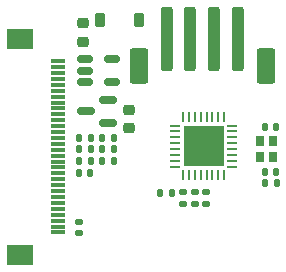
<source format=gbr>
%TF.GenerationSoftware,KiCad,Pcbnew,7.0.4-0*%
%TF.CreationDate,2024-03-15T14:37:27+08:00*%
%TF.ProjectId,hw,68772e6b-6963-4616-945f-706362585858,rev?*%
%TF.SameCoordinates,Original*%
%TF.FileFunction,Soldermask,Bot*%
%TF.FilePolarity,Negative*%
%FSLAX46Y46*%
G04 Gerber Fmt 4.6, Leading zero omitted, Abs format (unit mm)*
G04 Created by KiCad (PCBNEW 7.0.4-0) date 2024-03-15 14:37:27*
%MOMM*%
%LPD*%
G01*
G04 APERTURE LIST*
G04 Aperture macros list*
%AMRoundRect*
0 Rectangle with rounded corners*
0 $1 Rounding radius*
0 $2 $3 $4 $5 $6 $7 $8 $9 X,Y pos of 4 corners*
0 Add a 4 corners polygon primitive as box body*
4,1,4,$2,$3,$4,$5,$6,$7,$8,$9,$2,$3,0*
0 Add four circle primitives for the rounded corners*
1,1,$1+$1,$2,$3*
1,1,$1+$1,$4,$5*
1,1,$1+$1,$6,$7*
1,1,$1+$1,$8,$9*
0 Add four rect primitives between the rounded corners*
20,1,$1+$1,$2,$3,$4,$5,0*
20,1,$1+$1,$4,$5,$6,$7,0*
20,1,$1+$1,$6,$7,$8,$9,0*
20,1,$1+$1,$8,$9,$2,$3,0*%
G04 Aperture macros list end*
%ADD10RoundRect,0.225000X0.250000X-0.225000X0.250000X0.225000X-0.250000X0.225000X-0.250000X-0.225000X0*%
%ADD11RoundRect,0.140000X0.140000X0.170000X-0.140000X0.170000X-0.140000X-0.170000X0.140000X-0.170000X0*%
%ADD12RoundRect,0.135000X0.185000X-0.135000X0.185000X0.135000X-0.185000X0.135000X-0.185000X-0.135000X0*%
%ADD13RoundRect,0.062500X0.062500X-0.375000X0.062500X0.375000X-0.062500X0.375000X-0.062500X-0.375000X0*%
%ADD14RoundRect,0.062500X0.375000X-0.062500X0.375000X0.062500X-0.375000X0.062500X-0.375000X-0.062500X0*%
%ADD15R,3.450000X3.450000*%
%ADD16RoundRect,0.135000X-0.135000X-0.185000X0.135000X-0.185000X0.135000X0.185000X-0.135000X0.185000X0*%
%ADD17RoundRect,0.250000X-0.250000X-2.500000X0.250000X-2.500000X0.250000X2.500000X-0.250000X2.500000X0*%
%ADD18RoundRect,0.250000X-0.550000X-1.250000X0.550000X-1.250000X0.550000X1.250000X-0.550000X1.250000X0*%
%ADD19R,1.300000X0.300000*%
%ADD20R,2.200000X1.800000*%
%ADD21RoundRect,0.140000X0.170000X-0.140000X0.170000X0.140000X-0.170000X0.140000X-0.170000X-0.140000X0*%
%ADD22RoundRect,0.135000X0.135000X0.185000X-0.135000X0.185000X-0.135000X-0.185000X0.135000X-0.185000X0*%
%ADD23RoundRect,0.225000X-0.225000X-0.375000X0.225000X-0.375000X0.225000X0.375000X-0.225000X0.375000X0*%
%ADD24RoundRect,0.150000X-0.512500X-0.150000X0.512500X-0.150000X0.512500X0.150000X-0.512500X0.150000X0*%
%ADD25R,0.800000X0.900000*%
%ADD26RoundRect,0.225000X-0.250000X0.225000X-0.250000X-0.225000X0.250000X-0.225000X0.250000X0.225000X0*%
%ADD27RoundRect,0.150000X0.587500X0.150000X-0.587500X0.150000X-0.587500X-0.150000X0.587500X-0.150000X0*%
%ADD28RoundRect,0.140000X-0.140000X-0.170000X0.140000X-0.170000X0.140000X0.170000X-0.140000X0.170000X0*%
G04 APERTURE END LIST*
D10*
%TO.C,C1*%
X131920000Y-64090000D03*
X131920000Y-62540000D03*
%TD*%
D11*
%TO.C,C4*%
X148330000Y-71290000D03*
X147370000Y-71290000D03*
%TD*%
D12*
%TO.C,R1*%
X140420000Y-77870000D03*
X140420000Y-76850000D03*
%TD*%
D13*
%TO.C,U2*%
X143910000Y-75390000D03*
X143410000Y-75390000D03*
X142910000Y-75390000D03*
X142410000Y-75390000D03*
X141910000Y-75390000D03*
X141410000Y-75390000D03*
X140910000Y-75390000D03*
X140410000Y-75390000D03*
D14*
X139722500Y-74702500D03*
X139722500Y-74202500D03*
X139722500Y-73702500D03*
X139722500Y-73202500D03*
X139722500Y-72702500D03*
X139722500Y-72202500D03*
X139722500Y-71702500D03*
X139722500Y-71202500D03*
D13*
X140410000Y-70515000D03*
X140910000Y-70515000D03*
X141410000Y-70515000D03*
X141910000Y-70515000D03*
X142410000Y-70515000D03*
X142910000Y-70515000D03*
X143410000Y-70515000D03*
X143910000Y-70515000D03*
D14*
X144597500Y-71202500D03*
X144597500Y-71702500D03*
X144597500Y-72202500D03*
X144597500Y-72702500D03*
X144597500Y-73202500D03*
X144597500Y-73702500D03*
X144597500Y-74202500D03*
X144597500Y-74702500D03*
D15*
X142160000Y-72952500D03*
%TD*%
D16*
%TO.C,R4*%
X133590000Y-73210000D03*
X134610000Y-73210000D03*
%TD*%
D17*
%TO.C,J2*%
X139050000Y-63880000D03*
X141050000Y-63880000D03*
X143050000Y-63880000D03*
X145050000Y-63880000D03*
D18*
X136650000Y-66130000D03*
X147450000Y-66130000D03*
%TD*%
D16*
%TO.C,R3*%
X133590001Y-74200000D03*
X134610001Y-74200000D03*
%TD*%
D19*
%TO.C,J1*%
X129850000Y-80250000D03*
X129850000Y-79750000D03*
X129850000Y-79250000D03*
X129850000Y-78750000D03*
X129850000Y-78250000D03*
X129850000Y-77750000D03*
X129850000Y-77250000D03*
X129850000Y-76750000D03*
X129850000Y-76250000D03*
X129850000Y-75750000D03*
X129850000Y-75250000D03*
X129850000Y-74750000D03*
X129850000Y-74250000D03*
X129850000Y-73750000D03*
X129850000Y-73250000D03*
X129850000Y-72750000D03*
X129850000Y-72250000D03*
X129850000Y-71750000D03*
X129850000Y-71250000D03*
X129850000Y-70750000D03*
X129850000Y-70250000D03*
X129850000Y-69750000D03*
X129850000Y-69250000D03*
X129850000Y-68750000D03*
X129850000Y-68250000D03*
X129850000Y-67750000D03*
X129850000Y-67250000D03*
X129850000Y-66750000D03*
X129850000Y-66250000D03*
X129850000Y-65750000D03*
D20*
X126600000Y-82150000D03*
X126600000Y-63850000D03*
%TD*%
D11*
%TO.C,C3*%
X148330000Y-75110000D03*
X147370000Y-75110000D03*
%TD*%
D21*
%TO.C,C8*%
X142390000Y-77820000D03*
X142390000Y-76860000D03*
%TD*%
D12*
%TO.C,R2*%
X141410000Y-77870000D03*
X141410000Y-76850000D03*
%TD*%
D22*
%TO.C,R8*%
X134610000Y-72220000D03*
X133590000Y-72220000D03*
%TD*%
D23*
%TO.C,D1*%
X133400000Y-62230000D03*
X136700000Y-62230000D03*
%TD*%
D24*
%TO.C,U1*%
X132100000Y-67500000D03*
X132100000Y-66550000D03*
X132100000Y-65600000D03*
X134375000Y-65600000D03*
X134375000Y-67500000D03*
%TD*%
D25*
%TO.C,Y1*%
X146910000Y-73900000D03*
X146910000Y-72500000D03*
X148010000Y-72500000D03*
X148010000Y-73900000D03*
%TD*%
D11*
%TO.C,C5*%
X139470000Y-76890000D03*
X138510000Y-76890000D03*
%TD*%
D26*
%TO.C,C2*%
X135810000Y-69885000D03*
X135810000Y-71435000D03*
%TD*%
D27*
%TO.C,Q1*%
X134047500Y-69050000D03*
X134047500Y-70950000D03*
X132172500Y-70000000D03*
%TD*%
D22*
%TO.C,R6*%
X132630000Y-73210000D03*
X131610000Y-73210000D03*
%TD*%
%TO.C,R5*%
X132630000Y-74200000D03*
X131610000Y-74200000D03*
%TD*%
D21*
%TO.C,C7*%
X131570000Y-80310000D03*
X131570000Y-79350000D03*
%TD*%
D11*
%TO.C,C9*%
X148332500Y-76077500D03*
X147372500Y-76077500D03*
%TD*%
D22*
%TO.C,R7*%
X132630000Y-72220000D03*
X131610000Y-72220000D03*
%TD*%
D28*
%TO.C,C6*%
X131620000Y-75180000D03*
X132580000Y-75180000D03*
%TD*%
M02*

</source>
